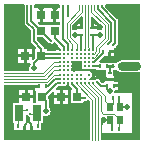
<source format=gtl>
G04*
G04 #@! TF.GenerationSoftware,Altium Limited,Altium Designer,19.0.15 (446)*
G04*
G04 Layer_Physical_Order=1*
G04 Layer_Color=255*
%FSLAX24Y24*%
%MOIN*%
G70*
G01*
G75*
%ADD10C,0.0079*%
%ADD12C,0.0049*%
%ADD13R,0.0295X0.0315*%
%ADD14R,0.0315X0.0295*%
%ADD15R,0.0106X0.0118*%
%ADD16R,0.0217X0.0256*%
%ADD17C,0.0079*%
%ADD18R,0.0295X0.0551*%
%ADD19R,0.0118X0.0106*%
%ADD28C,0.0090*%
%ADD29C,0.0080*%
%ADD30C,0.0300*%
%ADD31R,0.0354X0.0354*%
%ADD32R,0.0315X0.0300*%
%ADD33C,0.0197*%
%ADD34C,0.0098*%
G36*
X-473Y1977D02*
Y1870D01*
X-600D01*
Y1644D01*
Y1417D01*
X-473D01*
Y1319D01*
X-866D01*
X-866Y1319D01*
X-896D01*
Y1319D01*
X-916Y1319D01*
X-1179D01*
X-1231Y1371D01*
X-1212Y1417D01*
X-1162D01*
Y1644D01*
Y1870D01*
X-1338D01*
Y1978D01*
X-1293Y2007D01*
X-518D01*
X-473Y1977D01*
D02*
G37*
G36*
X280Y1587D02*
Y1346D01*
X277D01*
Y1214D01*
X227D01*
Y1164D01*
X81D01*
X80Y1164D01*
X40Y1139D01*
X35Y1140D01*
X10Y1142D01*
X-15Y1140D01*
X-28Y1137D01*
X-57Y1152D01*
X-78Y1172D01*
Y1294D01*
X234Y1606D01*
X280Y1587D01*
D02*
G37*
G36*
X935Y1265D02*
Y1172D01*
X914Y1152D01*
X885Y1137D01*
X871Y1140D01*
X846Y1142D01*
X822Y1140D01*
X798Y1134D01*
X788Y1131D01*
X752Y1147D01*
X738Y1161D01*
Y1164D01*
X600D01*
Y1214D01*
X550D01*
Y1346D01*
X547D01*
Y1588D01*
X593Y1607D01*
X935Y1265D01*
D02*
G37*
G36*
X-889Y749D02*
X-884Y738D01*
X-875Y724D01*
X-864Y711D01*
X-851Y700D01*
X-837Y691D01*
X-821Y684D01*
X-804Y680D01*
X-787Y679D01*
X-770Y680D01*
X-754Y684D01*
X-738Y691D01*
X-724Y700D01*
X-711Y711D01*
X-700Y724D01*
X-697Y728D01*
X-661Y739D01*
X-638Y739D01*
X-638Y739D01*
X-539Y641D01*
X-538Y620D01*
X-540Y613D01*
X-442Y515D01*
Y482D01*
X-461Y463D01*
X-621D01*
X-637Y447D01*
X-646Y443D01*
X-906D01*
Y492D01*
X-974D01*
X-1013Y517D01*
X-1015Y536D01*
X-1021Y555D01*
X-1030Y572D01*
X-1042Y587D01*
X-1259Y804D01*
Y906D01*
X-1045D01*
X-889Y749D01*
D02*
G37*
G36*
X-1664Y1978D02*
Y1384D01*
X-1664Y1384D01*
X-1662Y1365D01*
X-1656Y1346D01*
X-1647Y1329D01*
X-1635Y1314D01*
X-1457Y1136D01*
Y763D01*
X-1457Y763D01*
X-1455Y743D01*
X-1450Y725D01*
X-1441Y708D01*
X-1428Y693D01*
X-1274Y538D01*
X-1293Y492D01*
X-1319D01*
Y209D01*
X-1371Y157D01*
X-1417Y176D01*
Y226D01*
X-1594D01*
Y39D01*
X-1494D01*
X-1467Y34D01*
X-1458Y-14D01*
X-1460Y-15D01*
X-1476Y-34D01*
X-1489Y-55D01*
X-1498Y-78D01*
X-1504Y-102D01*
X-1506Y-127D01*
X-1504Y-152D01*
X-1499Y-171D01*
X-1500Y-179D01*
X-1531Y-221D01*
X-1532Y-221D01*
X-2343D01*
X-2361Y-173D01*
Y2007D01*
X-1709D01*
X-1664Y1978D01*
D02*
G37*
G36*
X2184Y131D02*
X2037D01*
X2037Y131D01*
X1588D01*
X1562Y129D01*
X1536Y124D01*
X1511Y116D01*
X1488Y104D01*
X1466Y90D01*
X1446Y72D01*
X1434Y58D01*
X1388Y49D01*
X1388Y49D01*
X1163D01*
Y49D01*
X853D01*
X834Y95D01*
X1008Y269D01*
X1053Y281D01*
X1053Y281D01*
X1135D01*
Y418D01*
X1185D01*
Y468D01*
X1317D01*
Y526D01*
X1318Y527D01*
X1334Y533D01*
X1348Y542D01*
X1361Y553D01*
X1372Y566D01*
X1381Y581D01*
X1386Y591D01*
X1428Y634D01*
X1428Y634D01*
X1441Y649D01*
X1450Y666D01*
X1455Y684D01*
X1457Y704D01*
X1457Y704D01*
Y1440D01*
X1457Y1440D01*
X1455Y1460D01*
X1450Y1478D01*
X1441Y1495D01*
X1428Y1510D01*
X1428Y1510D01*
X1014Y1924D01*
X1015Y1982D01*
X1037Y2004D01*
X1045Y2007D01*
X2184D01*
Y131D01*
D02*
G37*
G36*
X565Y-151D02*
X582Y-160D01*
X601Y-166D01*
X620Y-168D01*
X620Y-168D01*
X733D01*
Y-187D01*
X1055D01*
Y-379D01*
X1035D01*
Y-461D01*
X1310D01*
Y-379D01*
X1291D01*
Y-187D01*
X1388D01*
Y-187D01*
X1434Y-196D01*
X1446Y-210D01*
X1466Y-227D01*
X1488Y-242D01*
X1511Y-253D01*
X1536Y-262D01*
X1562Y-267D01*
X1588Y-268D01*
X2037D01*
X2037Y-268D01*
X2184D01*
Y-2538D01*
X930D01*
X881Y-2520D01*
Y-1794D01*
X885Y-1788D01*
X931Y-1768D01*
X937Y-1773D01*
X935Y-2303D01*
X1919D01*
Y-965D01*
X1370D01*
X1351Y-950D01*
X1328Y-915D01*
X1329Y-905D01*
X1368Y-859D01*
X1445D01*
Y-771D01*
X1313D01*
Y-671D01*
X1445D01*
Y-584D01*
X1310D01*
Y-561D01*
X1035D01*
Y-603D01*
X977D01*
Y-622D01*
X922D01*
X861Y-561D01*
X857Y-551D01*
X848Y-536D01*
X837Y-523D01*
X824Y-512D01*
X809Y-503D01*
X794Y-497D01*
X777Y-493D01*
X760Y-491D01*
X743Y-493D01*
X726Y-497D01*
X711Y-503D01*
X696Y-512D01*
X683Y-523D01*
X672Y-536D01*
X672Y-536D01*
X658Y-529D01*
X639Y-523D01*
X620Y-521D01*
X601Y-523D01*
X582Y-529D01*
X565Y-538D01*
X551Y-549D01*
X537Y-538D01*
X520Y-529D01*
X503Y-523D01*
X488Y-497D01*
X486Y-487D01*
X510Y-451D01*
X516Y-449D01*
X532Y-443D01*
X544Y-435D01*
X550Y-440D01*
X566Y-450D01*
X570Y-452D01*
Y-410D01*
X570Y-410D01*
X579Y-395D01*
X586Y-379D01*
X590Y-363D01*
X591Y-346D01*
X591Y-344D01*
X590Y-329D01*
X586Y-312D01*
X579Y-297D01*
X570Y-282D01*
X570Y-282D01*
Y-237D01*
X566Y-239D01*
X550Y-249D01*
X549Y-250D01*
X510Y-238D01*
X503Y-221D01*
X499Y-207D01*
X502Y-196D01*
X513Y-173D01*
X516Y-172D01*
X532Y-166D01*
X546Y-157D01*
X559Y-146D01*
X565Y-151D01*
D02*
G37*
G36*
X-168Y-672D02*
X-166Y-691D01*
X-160Y-710D01*
X-157Y-716D01*
Y-727D01*
X-153Y-726D01*
X-152Y-726D01*
X-151Y-727D01*
X-139Y-742D01*
X-65Y-816D01*
X-85Y-866D01*
X-118D01*
Y-1299D01*
X295D01*
Y-1259D01*
X301Y-1249D01*
X329Y-1226D01*
X345Y-1220D01*
X354Y-1221D01*
X371Y-1219D01*
X388Y-1215D01*
X404Y-1209D01*
X418Y-1200D01*
X431Y-1189D01*
X478Y-1187D01*
X516Y-1218D01*
Y-2520D01*
X468Y-2538D01*
X-2361D01*
Y-733D01*
X-2343Y-684D01*
X-1317D01*
Y-688D01*
X-1185D01*
Y-788D01*
X-1317D01*
Y-876D01*
X-1289D01*
Y-1299D01*
X-1338Y-1303D01*
X-1388D01*
Y-1133D01*
X-1841D01*
Y-1303D01*
X-2040D01*
Y-1972D01*
X-1999D01*
Y-2179D01*
X-1794D01*
Y-2199D01*
X-1712D01*
Y-2061D01*
X-1612D01*
Y-2199D01*
X-1576D01*
Y-2199D01*
X-1494D01*
Y-2061D01*
X-1394D01*
Y-2199D01*
X-1312D01*
Y-2179D01*
X-1107D01*
Y-1972D01*
X-1056D01*
Y-1746D01*
X-1050Y-1738D01*
X-1006Y-1714D01*
X-1004Y-1715D01*
X-979Y-1721D01*
X-955Y-1723D01*
X-930Y-1721D01*
X-906Y-1715D01*
X-883Y-1706D01*
X-862Y-1693D01*
X-843Y-1677D01*
X-827Y-1658D01*
X-814Y-1637D01*
X-804Y-1614D01*
X-799Y-1590D01*
X-797Y-1565D01*
X-799Y-1540D01*
X-804Y-1516D01*
X-814Y-1493D01*
X-827Y-1472D01*
X-843Y-1453D01*
X-856Y-1442D01*
Y-1211D01*
X-858Y-1191D01*
X-863Y-1173D01*
X-872Y-1156D01*
X-876Y-1151D01*
Y-1048D01*
X-719Y-891D01*
X-669Y-912D01*
Y-1033D01*
X-493D01*
Y-846D01*
X-604D01*
X-624Y-796D01*
X-547Y-719D01*
X-482D01*
X-463Y-717D01*
X-444Y-711D01*
X-427Y-702D01*
X-413Y-691D01*
X-399Y-702D01*
X-382Y-711D01*
X-364Y-717D01*
X-344Y-719D01*
X-325Y-717D01*
X-307Y-711D01*
X-291Y-703D01*
X-290Y-704D01*
X-276Y-716D01*
X-260Y-726D01*
X-257Y-727D01*
Y-665D01*
X-253Y-658D01*
X-247Y-639D01*
X-246Y-620D01*
X-168D01*
Y-672D01*
D02*
G37*
G36*
X-1573Y-1693D02*
X-1564Y-1708D01*
X-1553Y-1720D01*
X-1540Y-1732D01*
X-1526Y-1740D01*
X-1510Y-1747D01*
X-1493Y-1751D01*
X-1476Y-1752D01*
X-1469Y-1759D01*
Y-1923D01*
X-1530D01*
Y-1923D01*
X-1627D01*
Y-1691D01*
X-1580Y-1677D01*
X-1573Y-1693D01*
D02*
G37*
%LPC*%
G36*
X-700Y1870D02*
X-1062D01*
Y1644D01*
Y1417D01*
X-700D01*
Y1644D01*
Y1870D01*
D02*
G37*
G36*
X177Y1346D02*
X90D01*
Y1264D01*
X177D01*
Y1346D01*
D02*
G37*
G36*
X738D02*
X650D01*
Y1264D01*
X738D01*
Y1346D01*
D02*
G37*
G36*
X-1417Y512D02*
X-1594D01*
Y326D01*
X-1417D01*
Y512D01*
D02*
G37*
G36*
X-1694D02*
X-1870D01*
Y326D01*
X-1694D01*
Y512D01*
D02*
G37*
G36*
Y226D02*
X-1870D01*
Y39D01*
X-1694D01*
Y226D01*
D02*
G37*
G36*
X1317Y368D02*
X1235D01*
Y281D01*
X1317D01*
Y368D01*
D02*
G37*
G36*
X727Y-394D02*
X670D01*
Y-452D01*
X674Y-450D01*
X690Y-440D01*
X704Y-428D01*
X716Y-414D01*
X726Y-398D01*
X727Y-394D01*
D02*
G37*
G36*
X-1388Y-846D02*
X-1564D01*
Y-1033D01*
X-1388D01*
Y-846D01*
D02*
G37*
G36*
X-1664D02*
X-1841D01*
Y-1033D01*
X-1664D01*
Y-846D01*
D02*
G37*
G36*
X-217Y-846D02*
X-393D01*
Y-1033D01*
X-217D01*
Y-846D01*
D02*
G37*
G36*
Y-1133D02*
X-393D01*
Y-1319D01*
X-217D01*
Y-1133D01*
D02*
G37*
G36*
X-493D02*
X-669D01*
Y-1319D01*
X-493D01*
Y-1133D01*
D02*
G37*
%LPD*%
D10*
X-1437Y1437D02*
X-1112Y1112D01*
X-1437Y1437D02*
Y1978D01*
X-1112Y1112D02*
X-787Y787D01*
X-482Y207D02*
X-482D01*
X-1112D02*
Y276D01*
X-1348Y-127D02*
Y29D01*
X-1348Y30D02*
X-1348Y29D01*
X-1348Y30D02*
Y39D01*
X-1112Y276D01*
X-1112Y276D01*
X-1565Y1384D02*
Y1978D01*
Y1384D02*
X-1358Y1177D01*
Y763D02*
Y1177D01*
Y763D02*
X-1112Y517D01*
Y344D02*
X-482D01*
X-1112Y276D02*
Y344D01*
Y517D01*
X-1112Y207D02*
X-482D01*
X1201Y-1870D02*
X1257D01*
X974D02*
X1201D01*
X974Y-1870D02*
X974Y-1870D01*
X1257Y-2165D02*
Y-1870D01*
X1535Y-1417D02*
X1762D01*
X1500Y-1382D02*
X1535Y-1417D01*
X1500Y-1382D02*
Y-1112D01*
X1761Y-1419D02*
X1762Y-1417D01*
X1752Y-1419D02*
X1761D01*
X79Y-1083D02*
Y-820D01*
Y-1083D02*
X84Y-1088D01*
X89Y-1083D02*
X118Y-1112D01*
X354D01*
X-69Y-672D02*
X79Y-820D01*
X-207Y-758D02*
X-148Y-817D01*
X-1388Y-807D02*
Y-768D01*
X-1358Y-738D01*
X-1185D01*
X-207Y-758D02*
Y-620D01*
X-955Y-1565D02*
Y-1211D01*
X-1083Y-1083D02*
X-955Y-1211D01*
X902Y1897D02*
Y1969D01*
X1284Y630D02*
X1358Y704D01*
Y1440D01*
X902Y1897D02*
X1358Y1440D01*
X774Y1844D02*
Y1969D01*
X1134Y674D02*
X1230Y771D01*
Y1387D01*
X774Y1844D02*
X1230Y1387D01*
X667Y69D02*
X960Y362D01*
Y418D01*
X-640Y-482D02*
X-482D01*
X-896Y-738D02*
X-640Y-482D01*
X-961Y-738D02*
X-896D01*
X-588Y-620D02*
X-482D01*
X-1050Y-1083D02*
X-588Y-620D01*
X-1083Y-1083D02*
X-1050D01*
X-69Y-672D02*
Y-620D01*
X881Y-721D02*
X1089D01*
X760Y-600D02*
X881Y-721D01*
X620Y69D02*
X667D01*
X207Y970D02*
X226Y990D01*
X16D02*
X226D01*
X344Y-207D02*
X517D01*
X1089Y-823D02*
Y-721D01*
Y-823D02*
X1171Y-905D01*
X700Y1382D02*
X817Y1265D01*
X-1549Y-1901D02*
X-1548Y-1901D01*
X-1662Y-2015D02*
X-1549Y-1901D01*
X-1662Y-2061D02*
Y-2015D01*
X-1548Y-1901D02*
X-1444Y-2005D01*
Y-2061D02*
Y-2005D01*
X518Y-208D02*
X539D01*
X620Y-289D01*
Y-344D02*
Y-289D01*
Y-69D02*
X845D01*
X1132Y-511D02*
X1173D01*
X924Y-303D02*
X1132Y-511D01*
X207Y-207D02*
X344D01*
X517D02*
X518Y-208D01*
X811Y990D02*
X817Y984D01*
X600Y990D02*
X811D01*
X600D02*
X620Y970D01*
Y482D02*
Y970D01*
X207Y482D02*
Y970D01*
X10Y984D02*
X16Y990D01*
X-344Y482D02*
Y586D01*
X-650Y891D02*
X-344Y586D01*
X-650Y891D02*
Y1112D01*
X-207Y1604D02*
Y1977D01*
Y482D02*
Y658D01*
X-374Y825D02*
X-207Y658D01*
X-374Y825D02*
Y1977D01*
X11Y1228D02*
X214D01*
X227Y1214D01*
X614Y1228D02*
X817D01*
X600Y1214D02*
X614Y1228D01*
X11D02*
Y1265D01*
X128Y1382D01*
D12*
X620Y-644D02*
Y-620D01*
X1317Y-1645D02*
X1482Y-1811D01*
X966Y-1645D02*
X1317D01*
X896Y-1575D02*
X966Y-1645D01*
X896Y-1575D02*
Y-1059D01*
X482Y-645D02*
Y-620D01*
Y-645D02*
X896Y-1059D01*
X1201Y-1417D02*
Y-1398D01*
X1482Y-2165D02*
Y-1811D01*
X1201Y-1398D02*
X1276Y-1323D01*
Y-1101D01*
X620Y-644D02*
X1024Y-1048D01*
Y-1220D02*
Y-1048D01*
Y-1220D02*
X1201Y-1398D01*
Y-1417D02*
Y-1398D01*
X69Y-650D02*
X600Y-1181D01*
X207Y-648D02*
X699Y-1140D01*
X207Y-648D02*
Y-620D01*
X344Y-647D02*
X797Y-1100D01*
X344Y-647D02*
Y-620D01*
X797Y-2520D02*
Y-1100D01*
X699Y-2520D02*
Y-1140D01*
X600Y-2520D02*
Y-1181D01*
X733Y587D02*
X1019Y872D01*
Y1300D01*
X562Y1756D02*
X1019Y1300D01*
X660Y1797D02*
Y1988D01*
X832Y546D02*
X1117Y831D01*
Y1340D01*
X660Y1797D02*
X1117Y1340D01*
X562Y1756D02*
Y1988D01*
X733Y434D02*
Y587D01*
X832Y393D02*
Y546D01*
X645Y207D02*
X832Y393D01*
X644Y344D02*
X733Y434D01*
X69Y-650D02*
Y-620D01*
X-261Y1370D02*
X167Y1798D01*
Y1988D01*
X-162Y1329D02*
X266Y1757D01*
Y1988D01*
X463Y566D02*
Y1988D01*
Y566D02*
X482Y546D01*
Y482D02*
Y546D01*
X364Y566D02*
Y1988D01*
X344Y546D02*
X364Y566D01*
X344Y482D02*
Y546D01*
X-1476Y-1644D02*
X-1269D01*
X-1263Y-1638D01*
X-922Y-600D02*
X-666Y-344D01*
X-2343Y-600D02*
X-922D01*
X-962Y-502D02*
X-667Y-207D01*
X-2343Y-502D02*
X-962D01*
X-1003Y-404D02*
X-669Y-69D01*
X-2343Y-404D02*
X-1003D01*
X-1044Y-305D02*
X-670Y69D01*
X-2343Y-305D02*
X-1044D01*
X-666Y-344D02*
X-482D01*
X-667Y-207D02*
X-482D01*
X-669Y-69D02*
X-482D01*
X-670Y69D02*
X-482D01*
X-1593Y-1535D02*
X-1568Y-1510D01*
X69Y482D02*
Y682D01*
X-162Y913D02*
X69Y682D01*
X-162Y913D02*
Y1329D01*
X-69Y482D02*
Y680D01*
X-261Y872D02*
X-69Y680D01*
X-261Y872D02*
Y1370D01*
X620Y344D02*
X644D01*
X-1731Y-1535D02*
X-1593D01*
X-1824Y-1628D02*
X-1731Y-1535D01*
X-1887Y-1691D02*
X-1834Y-1638D01*
X-1887Y-2061D02*
Y-1691D01*
X-1263Y-1638D02*
X-1219Y-1681D01*
Y-2061D02*
Y-1681D01*
X620Y207D02*
X645D01*
D13*
X-1644Y276D02*
D03*
X-1112D02*
D03*
X-1083Y-1083D02*
D03*
X-1614D02*
D03*
X-443Y-1083D02*
D03*
X89D02*
D03*
D14*
X-1112Y1644D02*
D03*
Y1112D02*
D03*
X-650D02*
D03*
Y1644D02*
D03*
D15*
X1500Y-1112D02*
D03*
X1276D02*
D03*
X1257Y-2165D02*
D03*
X1482D02*
D03*
X1089Y-721D02*
D03*
X1313D02*
D03*
X1275Y-69D02*
D03*
X1500D02*
D03*
X845Y-69D02*
D03*
X1070D02*
D03*
X-1444Y-2061D02*
D03*
X-1219D02*
D03*
X-1662Y-2061D02*
D03*
X-1887Y-2061D02*
D03*
X1185Y418D02*
D03*
X960D02*
D03*
X-1185Y-738D02*
D03*
X-961D02*
D03*
D16*
X1535Y-1870D02*
D03*
X1201Y-1870D02*
D03*
Y-1417D02*
D03*
X1535Y-1417D02*
D03*
D17*
X344Y344D02*
D03*
X620Y-344D02*
D03*
X482D02*
D03*
X620Y-620D02*
D03*
X-482Y482D02*
D03*
X-344D02*
D03*
X-207D02*
D03*
X-69D02*
D03*
X69D02*
D03*
X207D02*
D03*
X344D02*
D03*
X482D02*
D03*
X620D02*
D03*
X-482Y344D02*
D03*
X-344D02*
D03*
X-207D02*
D03*
X-69D02*
D03*
X69D02*
D03*
X207D02*
D03*
X482D02*
D03*
X620D02*
D03*
X-482Y207D02*
D03*
X-344D02*
D03*
X-69D02*
D03*
X69D02*
D03*
X207D02*
D03*
X344D02*
D03*
X482D02*
D03*
X620D02*
D03*
X-482Y69D02*
D03*
X-344D02*
D03*
X-207D02*
D03*
X-69D02*
D03*
X69D02*
D03*
X207D02*
D03*
X344D02*
D03*
X482D02*
D03*
X620D02*
D03*
X-482Y-69D02*
D03*
X-344D02*
D03*
X-207D02*
D03*
X-69D02*
D03*
X69D02*
D03*
X207D02*
D03*
X344D02*
D03*
X482D02*
D03*
X620D02*
D03*
X-482Y-207D02*
D03*
X-344D02*
D03*
X-207D02*
D03*
X-69D02*
D03*
X69D02*
D03*
X207D02*
D03*
X344D02*
D03*
X-482Y-344D02*
D03*
X-344D02*
D03*
X-207D02*
D03*
X-69D02*
D03*
X69D02*
D03*
X207D02*
D03*
X-482Y-482D02*
D03*
X-344D02*
D03*
X-207D02*
D03*
X-69D02*
D03*
X69D02*
D03*
X207D02*
D03*
X344D02*
D03*
X-482Y-620D02*
D03*
X-344D02*
D03*
X-207D02*
D03*
X-69D02*
D03*
X69D02*
D03*
X207D02*
D03*
X344D02*
D03*
X482D02*
D03*
D18*
X-1834Y-1638D02*
D03*
X-1263D02*
D03*
D19*
X600Y1214D02*
D03*
Y990D02*
D03*
X227Y1214D02*
D03*
Y990D02*
D03*
X1173Y-287D02*
D03*
Y-511D02*
D03*
D28*
X1072Y-69D02*
X1178D01*
X1275D01*
X1280D01*
D29*
X1173Y-74D02*
X1178Y-69D01*
X1173Y-287D02*
Y-74D01*
D30*
X1588Y-69D02*
X2037D01*
D31*
X69Y-69D02*
D03*
D32*
X2030Y-69D02*
D03*
D33*
X-1783Y1890D02*
D03*
X-1585Y1083D02*
D03*
X-1969Y285D02*
D03*
X-1112Y1890D02*
D03*
X2067Y-2421D02*
D03*
X2067Y-1093D02*
D03*
X1004Y-2421D02*
D03*
X974Y-1870D02*
D03*
X1752Y-1419D02*
D03*
X1427Y453D02*
D03*
X394Y-1624D02*
D03*
X-974Y-2057D02*
D03*
X-364Y-2421D02*
D03*
X-955Y-1565D02*
D03*
X157Y20D02*
D03*
X-167Y-1388D02*
D03*
X-20Y-157D02*
D03*
X157Y-2096D02*
D03*
X-974Y-2421D02*
D03*
X1535Y-709D02*
D03*
X1171Y-905D02*
D03*
X2067Y797D02*
D03*
X1575Y1299D02*
D03*
X2067Y1890D02*
D03*
X1220Y1890D02*
D03*
X394Y-2411D02*
D03*
X-817Y600D02*
D03*
X1722Y-389D02*
D03*
X2067Y249D02*
D03*
X2047Y-389D02*
D03*
X1722Y249D02*
D03*
X1148Y190D02*
D03*
X924Y-303D02*
D03*
X1440Y-380D02*
D03*
X-1348Y-127D02*
D03*
X846Y984D02*
D03*
X10D02*
D03*
X10Y1228D02*
D03*
X846D02*
D03*
X-2244Y-98D02*
D03*
Y778D02*
D03*
X-1949Y-1181D02*
D03*
X-650Y1890D02*
D03*
X2067Y1299D02*
D03*
X-2244Y1368D02*
D03*
Y1890D02*
D03*
X-2234Y-2421D02*
D03*
D34*
X-344Y344D02*
D03*
X-787Y787D02*
D03*
X354Y-1112D02*
D03*
X344Y-69D02*
D03*
Y69D02*
D03*
Y207D02*
D03*
X207Y207D02*
D03*
X69Y207D02*
D03*
X1134Y674D02*
D03*
X1284Y630D02*
D03*
X-1368Y-827D02*
D03*
X-69Y-344D02*
D03*
X69D02*
D03*
X-207D02*
D03*
X207Y-344D02*
D03*
X-207Y-207D02*
D03*
Y-69D02*
D03*
Y69D02*
D03*
X-69Y207D02*
D03*
X-1548Y-1770D02*
D03*
X-1476Y-1644D02*
D03*
X-344Y-207D02*
D03*
Y-69D02*
D03*
Y69D02*
D03*
Y207D02*
D03*
X344Y344D02*
D03*
X-482Y482D02*
D03*
X760Y-600D02*
D03*
X482Y-346D02*
D03*
X344Y-482D02*
D03*
X-344D02*
D03*
X-207D02*
D03*
X-69D02*
D03*
X69D02*
D03*
X207D02*
D03*
X482Y-69D02*
D03*
Y69D02*
D03*
Y207D02*
D03*
Y344D02*
D03*
X-69D02*
D03*
X69D02*
D03*
X207D02*
D03*
X-344Y-344D02*
D03*
X-207Y344D02*
D03*
X-1568Y-1510D02*
D03*
X-207Y1604D02*
D03*
M02*

</source>
